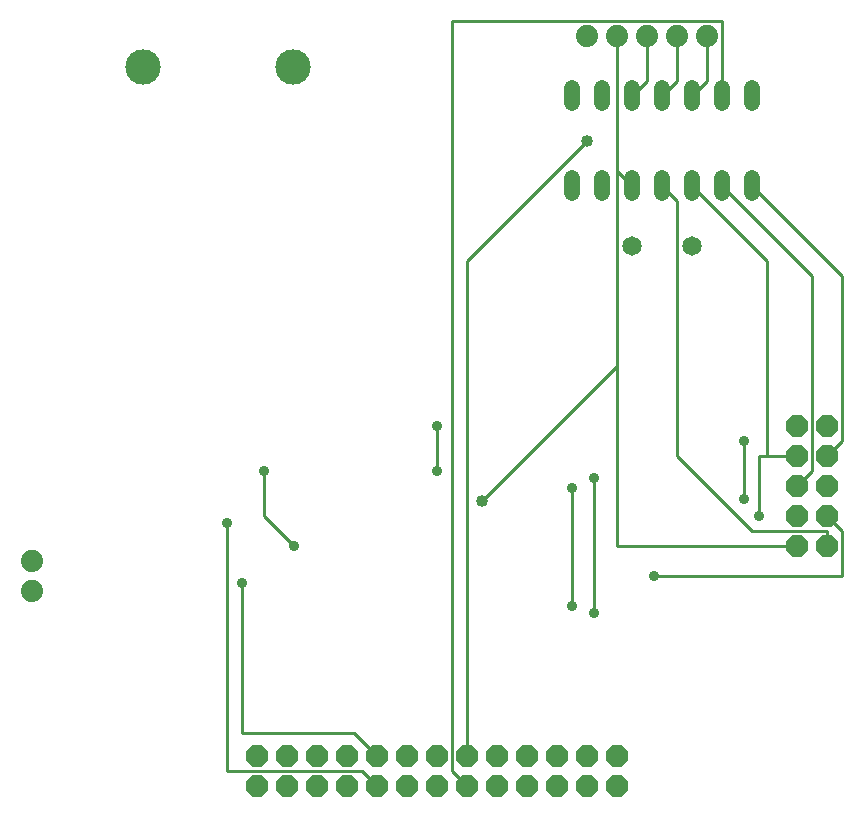
<source format=gbl>
G75*
G70*
%OFA0B0*%
%FSLAX24Y24*%
%IPPOS*%
%LPD*%
%AMOC8*
5,1,8,0,0,1.08239X$1,22.5*
%
%ADD10C,0.0520*%
%ADD11C,0.0650*%
%ADD12C,0.0740*%
%ADD13OC8,0.0740*%
%ADD14C,0.1181*%
%ADD15C,0.0357*%
%ADD16C,0.0100*%
%ADD17C,0.0400*%
D10*
X019100Y020840D02*
X019100Y021360D01*
X020100Y021360D02*
X020100Y020840D01*
X021100Y020840D02*
X021100Y021360D01*
X022100Y021360D02*
X022100Y020840D01*
X023100Y020840D02*
X023100Y021360D01*
X024100Y021360D02*
X024100Y020840D01*
X025100Y020840D02*
X025100Y021360D01*
X025100Y023840D02*
X025100Y024360D01*
X024100Y024360D02*
X024100Y023840D01*
X023100Y023840D02*
X023100Y024360D01*
X022100Y024360D02*
X022100Y023840D01*
X021100Y023840D02*
X021100Y024360D01*
X020100Y024360D02*
X020100Y023840D01*
X019100Y023840D02*
X019100Y024360D01*
D11*
X021100Y019100D03*
X023100Y019100D03*
D12*
X022600Y026100D03*
X021600Y026100D03*
X020600Y026100D03*
X019600Y026100D03*
X023600Y026100D03*
X001100Y008600D03*
X001100Y007600D03*
D13*
X008600Y002100D03*
X008600Y001100D03*
X009600Y001100D03*
X010600Y001100D03*
X010600Y002100D03*
X009600Y002100D03*
X011600Y002100D03*
X012600Y002100D03*
X012600Y001100D03*
X011600Y001100D03*
X013600Y001100D03*
X014600Y001100D03*
X014600Y002100D03*
X013600Y002100D03*
X015600Y002100D03*
X016600Y002100D03*
X016600Y001100D03*
X015600Y001100D03*
X017600Y001100D03*
X018600Y001100D03*
X018600Y002100D03*
X017600Y002100D03*
X019600Y002100D03*
X020600Y002100D03*
X020600Y001100D03*
X019600Y001100D03*
X026600Y009100D03*
X026600Y010100D03*
X026600Y011100D03*
X026600Y012100D03*
X026600Y013100D03*
X027600Y013100D03*
X027600Y012100D03*
X027600Y011100D03*
X027600Y010100D03*
X027600Y009100D03*
D14*
X009824Y025047D03*
X004824Y025047D03*
D15*
X014600Y013100D03*
X014600Y011600D03*
X014600Y011600D03*
X019100Y011002D03*
X019850Y011350D03*
X021850Y008100D03*
X019850Y006850D03*
X019100Y007100D03*
X024850Y010663D03*
X025350Y010100D03*
X024850Y012600D03*
X009850Y009100D03*
X009850Y009100D03*
X008100Y007850D03*
X007600Y009850D03*
X008850Y011600D03*
D16*
X007600Y001600D02*
X012100Y001600D01*
X012600Y001100D01*
X012600Y002100D02*
X011850Y002850D01*
X008100Y002850D01*
X008100Y007850D01*
X009850Y009100D02*
X008850Y010100D01*
X008850Y011600D01*
X007600Y009850D02*
X007600Y001600D01*
X015100Y001600D02*
X015600Y001100D01*
X015100Y001600D02*
X015100Y026600D01*
X024100Y026600D01*
X024100Y024100D01*
X023600Y024600D02*
X023600Y026100D01*
X022600Y026100D02*
X022600Y024600D01*
X022100Y024100D01*
X021600Y024600D02*
X021600Y026100D01*
X020600Y026100D02*
X020600Y021600D01*
X020600Y015100D01*
X020600Y009100D01*
X026600Y009100D01*
X027600Y009100D02*
X027600Y009600D01*
X025100Y009600D01*
X022600Y012100D01*
X022600Y020600D01*
X022100Y021100D01*
X023100Y021100D02*
X025600Y018600D01*
X025600Y012100D01*
X026600Y012100D01*
X027100Y011600D02*
X026600Y011100D01*
X027100Y011600D02*
X027100Y018100D01*
X024100Y021100D01*
X025100Y021100D02*
X028100Y018100D01*
X028100Y012600D01*
X027600Y012100D01*
X025600Y012100D02*
X025350Y012100D01*
X025350Y010100D01*
X024850Y010663D02*
X024850Y012600D01*
X027600Y010100D02*
X028100Y009600D01*
X028100Y008100D01*
X021850Y008100D01*
X019850Y006850D02*
X019850Y011350D01*
X019100Y011002D02*
X019100Y007100D01*
X016100Y010600D02*
X020600Y015100D01*
X015600Y018600D02*
X015600Y002100D01*
X014600Y011600D02*
X014600Y013100D01*
X015600Y018600D02*
X019600Y022600D01*
X020600Y021600D02*
X021100Y021100D01*
X021100Y024100D02*
X021600Y024600D01*
X023100Y024100D02*
X023600Y024600D01*
D17*
X019600Y022600D03*
X016100Y010600D03*
M02*

</source>
